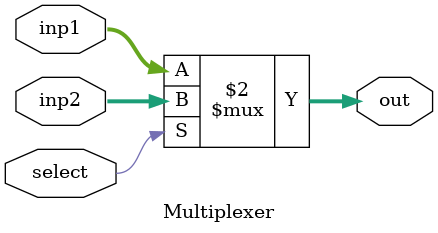
<source format=v>
module Multiplexer(inp1,inp2,select,out);
	parameter size = 32;
	input [size-1:0] inp1, inp2;
	output [size-1:0] out;
	reg [size-1:0] out;
	input select;

	always @(*)
		out = select ? inp2 : inp1;
endmodule

</source>
